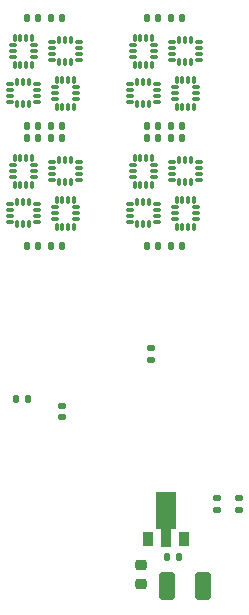
<source format=gbr>
%TF.GenerationSoftware,KiCad,Pcbnew,8.0.3-8.0.3-0~ubuntu22.04.1*%
%TF.CreationDate,2024-07-27T12:22:20+09:00*%
%TF.ProjectId,IMUModule_STM32,494d554d-6f64-4756-9c65-5f53544d3332,rev?*%
%TF.SameCoordinates,Original*%
%TF.FileFunction,Paste,Bot*%
%TF.FilePolarity,Positive*%
%FSLAX46Y46*%
G04 Gerber Fmt 4.6, Leading zero omitted, Abs format (unit mm)*
G04 Created by KiCad (PCBNEW 8.0.3-8.0.3-0~ubuntu22.04.1) date 2024-07-27 12:22:20*
%MOMM*%
%LPD*%
G01*
G04 APERTURE LIST*
G04 Aperture macros list*
%AMRoundRect*
0 Rectangle with rounded corners*
0 $1 Rounding radius*
0 $2 $3 $4 $5 $6 $7 $8 $9 X,Y pos of 4 corners*
0 Add a 4 corners polygon primitive as box body*
4,1,4,$2,$3,$4,$5,$6,$7,$8,$9,$2,$3,0*
0 Add four circle primitives for the rounded corners*
1,1,$1+$1,$2,$3*
1,1,$1+$1,$4,$5*
1,1,$1+$1,$6,$7*
1,1,$1+$1,$8,$9*
0 Add four rect primitives between the rounded corners*
20,1,$1+$1,$2,$3,$4,$5,0*
20,1,$1+$1,$4,$5,$6,$7,0*
20,1,$1+$1,$6,$7,$8,$9,0*
20,1,$1+$1,$8,$9,$2,$3,0*%
%AMFreePoly0*
4,1,9,3.862500,-0.866500,0.737500,-0.866500,0.737500,-0.450000,-0.737500,-0.450000,-0.737500,0.450000,0.737500,0.450000,0.737500,0.866500,3.862500,0.866500,3.862500,-0.866500,3.862500,-0.866500,$1*%
G04 Aperture macros list end*
%ADD10RoundRect,0.140000X0.140000X0.170000X-0.140000X0.170000X-0.140000X-0.170000X0.140000X-0.170000X0*%
%ADD11RoundRect,0.087500X0.225000X0.087500X-0.225000X0.087500X-0.225000X-0.087500X0.225000X-0.087500X0*%
%ADD12RoundRect,0.087500X0.087500X0.225000X-0.087500X0.225000X-0.087500X-0.225000X0.087500X-0.225000X0*%
%ADD13RoundRect,0.087500X0.087500X-0.225000X0.087500X0.225000X-0.087500X0.225000X-0.087500X-0.225000X0*%
%ADD14RoundRect,0.087500X0.225000X-0.087500X0.225000X0.087500X-0.225000X0.087500X-0.225000X-0.087500X0*%
%ADD15RoundRect,0.140000X-0.140000X-0.170000X0.140000X-0.170000X0.140000X0.170000X-0.140000X0.170000X0*%
%ADD16RoundRect,0.135000X-0.135000X-0.185000X0.135000X-0.185000X0.135000X0.185000X-0.135000X0.185000X0*%
%ADD17RoundRect,0.087500X-0.225000X-0.087500X0.225000X-0.087500X0.225000X0.087500X-0.225000X0.087500X0*%
%ADD18RoundRect,0.087500X-0.087500X-0.225000X0.087500X-0.225000X0.087500X0.225000X-0.087500X0.225000X0*%
%ADD19RoundRect,0.135000X0.185000X-0.135000X0.185000X0.135000X-0.185000X0.135000X-0.185000X-0.135000X0*%
%ADD20RoundRect,0.087500X-0.087500X0.225000X-0.087500X-0.225000X0.087500X-0.225000X0.087500X0.225000X0*%
%ADD21RoundRect,0.087500X-0.225000X0.087500X-0.225000X-0.087500X0.225000X-0.087500X0.225000X0.087500X0*%
%ADD22R,0.900000X1.300000*%
%ADD23FreePoly0,90.000000*%
%ADD24RoundRect,0.140000X-0.170000X0.140000X-0.170000X-0.140000X0.170000X-0.140000X0.170000X0.140000X0*%
%ADD25RoundRect,0.140000X0.170000X-0.140000X0.170000X0.140000X-0.170000X0.140000X-0.170000X-0.140000X0*%
%ADD26RoundRect,0.135000X-0.185000X0.135000X-0.185000X-0.135000X0.185000X-0.135000X0.185000X0.135000X0*%
%ADD27RoundRect,0.225000X-0.250000X0.225000X-0.250000X-0.225000X0.250000X-0.225000X0.250000X0.225000X0*%
%ADD28RoundRect,0.250000X-0.412500X-0.925000X0.412500X-0.925000X0.412500X0.925000X-0.412500X0.925000X0*%
G04 APERTURE END LIST*
D10*
%TO.C,C36*%
X19276000Y-10922000D03*
X18316000Y-10922000D03*
%TD*%
D11*
%TO.C,U21*%
X20720500Y-13982000D03*
X20720500Y-14482000D03*
X20720500Y-14982000D03*
X20720500Y-15482000D03*
D12*
X20058000Y-15644500D03*
X19558000Y-15644500D03*
X19058000Y-15644500D03*
D11*
X18395500Y-15482000D03*
X18395500Y-14982000D03*
X18395500Y-14482000D03*
X18395500Y-13982000D03*
D12*
X19058000Y-13819500D03*
X19558000Y-13819500D03*
X20058000Y-13819500D03*
%TD*%
D10*
%TO.C,C44*%
X9116000Y-1778000D03*
X8156000Y-1778000D03*
%TD*%
D11*
%TO.C,U25*%
X10560500Y-13982000D03*
X10560500Y-14482000D03*
X10560500Y-14982000D03*
X10560500Y-15482000D03*
D12*
X9898000Y-15644500D03*
X9398000Y-15644500D03*
X8898000Y-15644500D03*
D11*
X8235500Y-15482000D03*
X8235500Y-14982000D03*
X8235500Y-14482000D03*
X8235500Y-13982000D03*
D12*
X8898000Y-13819500D03*
X9398000Y-13819500D03*
X9898000Y-13819500D03*
%TD*%
D10*
%TO.C,C35*%
X19276000Y-1778000D03*
X18316000Y-1778000D03*
%TD*%
D13*
%TO.C,U28*%
X10148000Y-19450500D03*
X9648000Y-19450500D03*
X9148000Y-19450500D03*
X8648000Y-19450500D03*
D14*
X8485500Y-18788000D03*
X8485500Y-18288000D03*
X8485500Y-17788000D03*
D13*
X8648000Y-17125500D03*
X9148000Y-17125500D03*
X9648000Y-17125500D03*
X10148000Y-17125500D03*
D14*
X10310500Y-17788000D03*
X10310500Y-18288000D03*
X10310500Y-18788000D03*
%TD*%
D10*
%TO.C,C43*%
X9116000Y-10922000D03*
X8156000Y-10922000D03*
%TD*%
D15*
%TO.C,C47*%
X6124000Y-21082000D03*
X7084000Y-21082000D03*
%TD*%
D11*
%TO.C,U29*%
X10560500Y-3822000D03*
X10560500Y-4322000D03*
X10560500Y-4822000D03*
X10560500Y-5322000D03*
D12*
X9898000Y-5484500D03*
X9398000Y-5484500D03*
X8898000Y-5484500D03*
D11*
X8235500Y-5322000D03*
X8235500Y-4822000D03*
X8235500Y-4322000D03*
X8235500Y-3822000D03*
D12*
X8898000Y-3659500D03*
X9398000Y-3659500D03*
X9898000Y-3659500D03*
%TD*%
D16*
%TO.C,R1*%
X5230400Y-33985200D03*
X6250400Y-33985200D03*
%TD*%
D15*
%TO.C,C39*%
X16284000Y-21082000D03*
X17244000Y-21082000D03*
%TD*%
D17*
%TO.C,U19*%
X14839500Y-8878000D03*
X14839500Y-8378000D03*
X14839500Y-7878000D03*
X14839500Y-7378000D03*
D18*
X15502000Y-7215500D03*
X16002000Y-7215500D03*
X16502000Y-7215500D03*
D17*
X17164500Y-7378000D03*
X17164500Y-7878000D03*
X17164500Y-8378000D03*
X17164500Y-8878000D03*
D18*
X16502000Y-9040500D03*
X16002000Y-9040500D03*
X15502000Y-9040500D03*
%TD*%
D10*
%TO.C,C37*%
X19276000Y-21082000D03*
X18316000Y-21082000D03*
%TD*%
D19*
%TO.C,R10*%
X22225000Y-43436000D03*
X22225000Y-42416000D03*
%TD*%
D20*
%TO.C,U30*%
X5092000Y-3409500D03*
X5592000Y-3409500D03*
X6092000Y-3409500D03*
X6592000Y-3409500D03*
D21*
X6754500Y-4072000D03*
X6754500Y-4572000D03*
X6754500Y-5072000D03*
D20*
X6592000Y-5734500D03*
X6092000Y-5734500D03*
X5592000Y-5734500D03*
X5092000Y-5734500D03*
D21*
X4929500Y-5072000D03*
X4929500Y-4572000D03*
X4929500Y-4072000D03*
%TD*%
D10*
%TO.C,C46*%
X9116000Y-11938000D03*
X8156000Y-11938000D03*
%TD*%
D20*
%TO.C,U22*%
X15252000Y-13569500D03*
X15752000Y-13569500D03*
X16252000Y-13569500D03*
X16752000Y-13569500D03*
D21*
X16914500Y-14232000D03*
X16914500Y-14732000D03*
X16914500Y-15232000D03*
D20*
X16752000Y-15894500D03*
X16252000Y-15894500D03*
X15752000Y-15894500D03*
X15252000Y-15894500D03*
D21*
X15089500Y-15232000D03*
X15089500Y-14732000D03*
X15089500Y-14232000D03*
%TD*%
D17*
%TO.C,U27*%
X4679500Y-19038000D03*
X4679500Y-18538000D03*
X4679500Y-18038000D03*
X4679500Y-17538000D03*
D18*
X5342000Y-17375500D03*
X5842000Y-17375500D03*
X6342000Y-17375500D03*
D17*
X7004500Y-17538000D03*
X7004500Y-18038000D03*
X7004500Y-18538000D03*
X7004500Y-19038000D03*
D18*
X6342000Y-19200500D03*
X5842000Y-19200500D03*
X5342000Y-19200500D03*
%TD*%
D22*
%TO.C,U34*%
X19432400Y-45846000D03*
D23*
X17932400Y-45758500D03*
D22*
X16432400Y-45846000D03*
%TD*%
D15*
%TO.C,C40*%
X16284000Y-11938000D03*
X17244000Y-11938000D03*
%TD*%
D17*
%TO.C,U31*%
X4679500Y-8878000D03*
X4679500Y-8378000D03*
X4679500Y-7878000D03*
X4679500Y-7378000D03*
D18*
X5342000Y-7215500D03*
X5842000Y-7215500D03*
X6342000Y-7215500D03*
D17*
X7004500Y-7378000D03*
X7004500Y-7878000D03*
X7004500Y-8378000D03*
X7004500Y-8878000D03*
D18*
X6342000Y-9040500D03*
X5842000Y-9040500D03*
X5342000Y-9040500D03*
%TD*%
D13*
%TO.C,U24*%
X20308000Y-19450500D03*
X19808000Y-19450500D03*
X19308000Y-19450500D03*
X18808000Y-19450500D03*
D14*
X18645500Y-18788000D03*
X18645500Y-18288000D03*
X18645500Y-17788000D03*
D13*
X18808000Y-17125500D03*
X19308000Y-17125500D03*
X19808000Y-17125500D03*
X20308000Y-17125500D03*
D14*
X20470500Y-17788000D03*
X20470500Y-18288000D03*
X20470500Y-18788000D03*
%TD*%
D24*
%TO.C,C7*%
X9144000Y-34572000D03*
X9144000Y-35532000D03*
%TD*%
D15*
%TO.C,C41*%
X6124000Y-1778000D03*
X7084000Y-1778000D03*
%TD*%
D10*
%TO.C,C45*%
X9144000Y-21082000D03*
X8184000Y-21082000D03*
%TD*%
D25*
%TO.C,C8*%
X16662400Y-30678000D03*
X16662400Y-29718000D03*
%TD*%
D15*
%TO.C,C34*%
X16284000Y-10922000D03*
X17244000Y-10922000D03*
%TD*%
%TO.C,C33*%
X16284000Y-1778000D03*
X17244000Y-1778000D03*
%TD*%
%TO.C,C17*%
X18039200Y-47396400D03*
X18999200Y-47396400D03*
%TD*%
D10*
%TO.C,C38*%
X19276000Y-11938000D03*
X18316000Y-11938000D03*
%TD*%
D11*
%TO.C,U17*%
X20720500Y-3822000D03*
X20720500Y-4322000D03*
X20720500Y-4822000D03*
X20720500Y-5322000D03*
D12*
X20058000Y-5484500D03*
X19558000Y-5484500D03*
X19058000Y-5484500D03*
D11*
X18395500Y-5322000D03*
X18395500Y-4822000D03*
X18395500Y-4322000D03*
X18395500Y-3822000D03*
D12*
X19058000Y-3659500D03*
X19558000Y-3659500D03*
X20058000Y-3659500D03*
%TD*%
D20*
%TO.C,U26*%
X5092000Y-13569500D03*
X5592000Y-13569500D03*
X6092000Y-13569500D03*
X6592000Y-13569500D03*
D21*
X6754500Y-14232000D03*
X6754500Y-14732000D03*
X6754500Y-15232000D03*
D20*
X6592000Y-15894500D03*
X6092000Y-15894500D03*
X5592000Y-15894500D03*
X5092000Y-15894500D03*
D21*
X4929500Y-15232000D03*
X4929500Y-14732000D03*
X4929500Y-14232000D03*
%TD*%
D15*
%TO.C,C42*%
X6124000Y-10922000D03*
X7084000Y-10922000D03*
%TD*%
D26*
%TO.C,R9*%
X24130000Y-42416000D03*
X24130000Y-43436000D03*
%TD*%
D13*
%TO.C,U20*%
X20308000Y-9290500D03*
X19808000Y-9290500D03*
X19308000Y-9290500D03*
X18808000Y-9290500D03*
D14*
X18645500Y-8628000D03*
X18645500Y-8128000D03*
X18645500Y-7628000D03*
D13*
X18808000Y-6965500D03*
X19308000Y-6965500D03*
X19808000Y-6965500D03*
X20308000Y-6965500D03*
D14*
X20470500Y-7628000D03*
X20470500Y-8128000D03*
X20470500Y-8628000D03*
%TD*%
D15*
%TO.C,C48*%
X6124000Y-11938000D03*
X7084000Y-11938000D03*
%TD*%
D17*
%TO.C,U23*%
X14839500Y-19027000D03*
X14839500Y-18527000D03*
X14839500Y-18027000D03*
X14839500Y-17527000D03*
D18*
X15502000Y-17364500D03*
X16002000Y-17364500D03*
X16502000Y-17364500D03*
D17*
X17164500Y-17527000D03*
X17164500Y-18027000D03*
X17164500Y-18527000D03*
X17164500Y-19027000D03*
D18*
X16502000Y-19189500D03*
X16002000Y-19189500D03*
X15502000Y-19189500D03*
%TD*%
D27*
%TO.C,C16*%
X15798800Y-48094600D03*
X15798800Y-49644600D03*
%TD*%
D13*
%TO.C,U32*%
X10148000Y-9290500D03*
X9648000Y-9290500D03*
X9148000Y-9290500D03*
X8648000Y-9290500D03*
D14*
X8485500Y-8628000D03*
X8485500Y-8128000D03*
X8485500Y-7628000D03*
D13*
X8648000Y-6965500D03*
X9148000Y-6965500D03*
X9648000Y-6965500D03*
X10148000Y-6965500D03*
D14*
X10310500Y-7628000D03*
X10310500Y-8128000D03*
X10310500Y-8628000D03*
%TD*%
D28*
%TO.C,C32*%
X17969700Y-49885600D03*
X21044700Y-49885600D03*
%TD*%
D20*
%TO.C,U18*%
X15252000Y-3409500D03*
X15752000Y-3409500D03*
X16252000Y-3409500D03*
X16752000Y-3409500D03*
D21*
X16914500Y-4072000D03*
X16914500Y-4572000D03*
X16914500Y-5072000D03*
D20*
X16752000Y-5734500D03*
X16252000Y-5734500D03*
X15752000Y-5734500D03*
X15252000Y-5734500D03*
D21*
X15089500Y-5072000D03*
X15089500Y-4572000D03*
X15089500Y-4072000D03*
%TD*%
M02*

</source>
